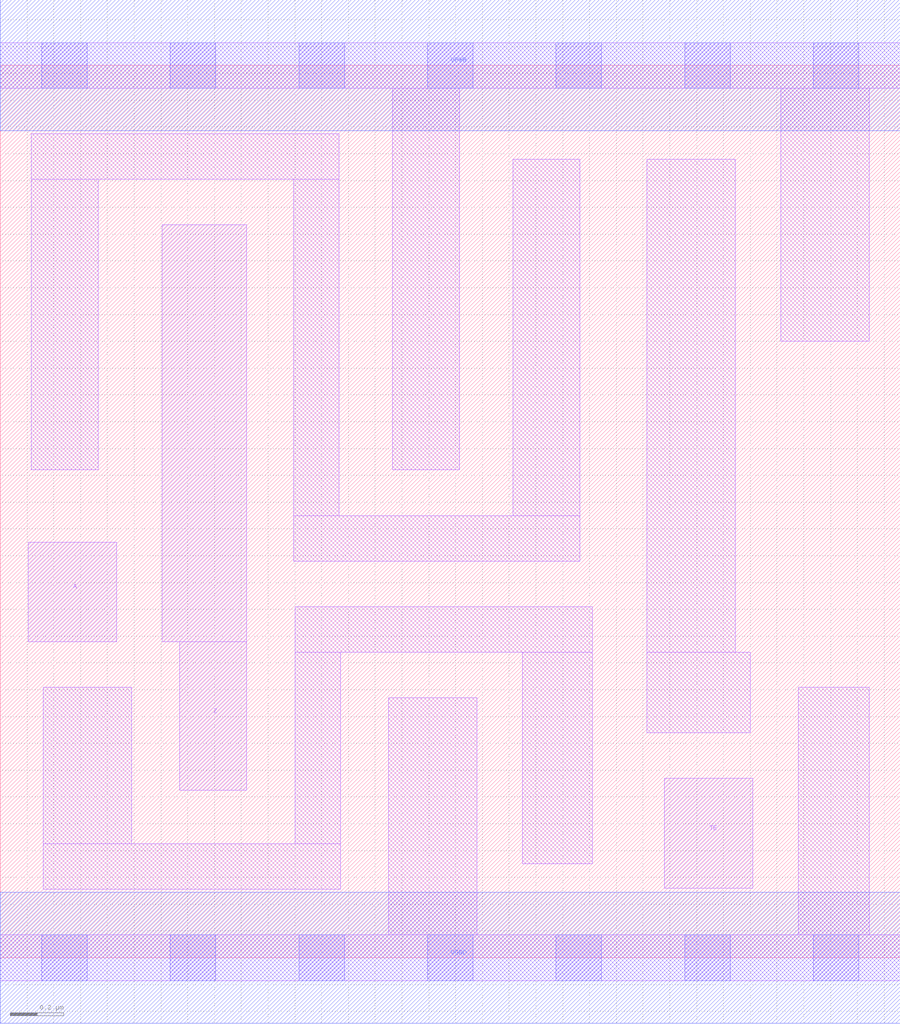
<source format=lef>
# Copyright 2020 The SkyWater PDK Authors
#
# Licensed under the Apache License, Version 2.0 (the "License");
# you may not use this file except in compliance with the License.
# You may obtain a copy of the License at
#
#     https://www.apache.org/licenses/LICENSE-2.0
#
# Unless required by applicable law or agreed to in writing, software
# distributed under the License is distributed on an "AS IS" BASIS,
# WITHOUT WARRANTIES OR CONDITIONS OF ANY KIND, either express or implied.
# See the License for the specific language governing permissions and
# limitations under the License.
#
# SPDX-License-Identifier: Apache-2.0

VERSION 5.5 ;
NAMESCASESENSITIVE ON ;
BUSBITCHARS "[]" ;
DIVIDERCHAR "/" ;
MACRO sky130_fd_sc_ls__einvp_2
  CLASS CORE ;
  SOURCE USER ;
  ORIGIN  0.000000  0.000000 ;
  SIZE  3.360000 BY  3.330000 ;
  SYMMETRY X Y ;
  SITE unit ;
  PIN A
    ANTENNAGATEAREA  0.558000 ;
    DIRECTION INPUT ;
    USE SIGNAL ;
    PORT
      LAYER li1 ;
        RECT 0.105000 1.180000 0.435000 1.550000 ;
    END
  END A
  PIN TE
    ANTENNAGATEAREA  0.381000 ;
    DIRECTION INPUT ;
    USE SIGNAL ;
    PORT
      LAYER li1 ;
        RECT 2.480000 0.260000 2.810000 0.670000 ;
    END
  END TE
  PIN Z
    ANTENNADIFFAREA  0.543200 ;
    DIRECTION OUTPUT ;
    USE SIGNAL ;
    PORT
      LAYER li1 ;
        RECT 0.605000 1.180000 0.920000 2.735000 ;
        RECT 0.670000 0.625000 0.920000 1.180000 ;
    END
  END Z
  PIN VGND
    DIRECTION INOUT ;
    SHAPE ABUTMENT ;
    USE GROUND ;
    PORT
      LAYER met1 ;
        RECT 0.000000 -0.245000 3.360000 0.245000 ;
    END
  END VGND
  PIN VNB
    DIRECTION INOUT ;
    USE GROUND ;
    PORT
    END
  END VNB
  PIN VPB
    DIRECTION INOUT ;
    USE POWER ;
    PORT
    END
  END VPB
  PIN VPWR
    DIRECTION INOUT ;
    SHAPE ABUTMENT ;
    USE POWER ;
    PORT
      LAYER met1 ;
        RECT 0.000000 3.085000 3.360000 3.575000 ;
    END
  END VPWR
  OBS
    LAYER li1 ;
      RECT 0.000000 -0.085000 3.360000 0.085000 ;
      RECT 0.000000  3.245000 3.360000 3.415000 ;
      RECT 0.115000  1.820000 0.365000 2.905000 ;
      RECT 0.115000  2.905000 1.265000 3.075000 ;
      RECT 0.160000  0.255000 1.270000 0.425000 ;
      RECT 0.160000  0.425000 0.490000 1.010000 ;
      RECT 1.095000  1.480000 2.165000 1.650000 ;
      RECT 1.095000  1.650000 1.265000 2.905000 ;
      RECT 1.100000  0.425000 1.270000 1.140000 ;
      RECT 1.100000  1.140000 2.210000 1.310000 ;
      RECT 1.450000  0.085000 1.780000 0.970000 ;
      RECT 1.465000  1.820000 1.715000 3.245000 ;
      RECT 1.915000  1.650000 2.165000 2.980000 ;
      RECT 1.950000  0.350000 2.210000 1.140000 ;
      RECT 2.415000  0.840000 2.800000 1.140000 ;
      RECT 2.415000  1.140000 2.745000 2.980000 ;
      RECT 2.915000  2.300000 3.245000 3.245000 ;
      RECT 2.980000  0.085000 3.245000 1.010000 ;
    LAYER mcon ;
      RECT 0.155000 -0.085000 0.325000 0.085000 ;
      RECT 0.155000  3.245000 0.325000 3.415000 ;
      RECT 0.635000 -0.085000 0.805000 0.085000 ;
      RECT 0.635000  3.245000 0.805000 3.415000 ;
      RECT 1.115000 -0.085000 1.285000 0.085000 ;
      RECT 1.115000  3.245000 1.285000 3.415000 ;
      RECT 1.595000 -0.085000 1.765000 0.085000 ;
      RECT 1.595000  3.245000 1.765000 3.415000 ;
      RECT 2.075000 -0.085000 2.245000 0.085000 ;
      RECT 2.075000  3.245000 2.245000 3.415000 ;
      RECT 2.555000 -0.085000 2.725000 0.085000 ;
      RECT 2.555000  3.245000 2.725000 3.415000 ;
      RECT 3.035000 -0.085000 3.205000 0.085000 ;
      RECT 3.035000  3.245000 3.205000 3.415000 ;
  END
END sky130_fd_sc_ls__einvp_2
END LIBRARY

</source>
